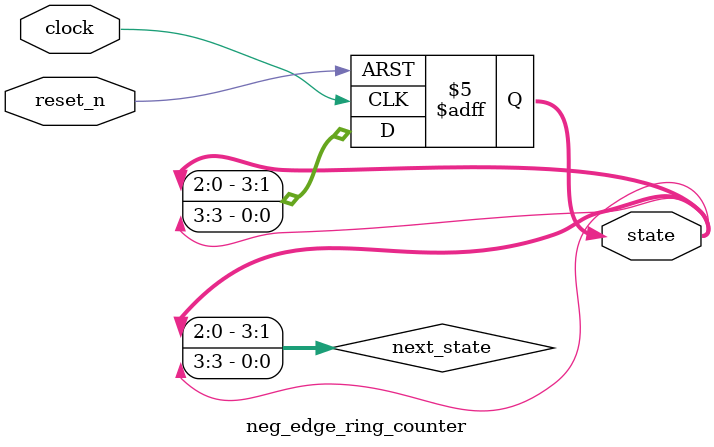
<source format=sv>
module neg_edge_ring_counter #(
    parameter BITS = 4
)(
    input  wire       clock,
    input  wire       reset_n,    // 添加复位信号提高可靠性
    output reg  [BITS-1:0] state
);

    // 定义内部信号，使数据流更清晰
    reg [BITS-1:0] next_state;
    
    // 初始化逻辑（带异步复位）
    initial state = {1'b1, {(BITS-1){1'b0}}};
    
    // 计算下一状态 - 组合逻辑路径
    always @(*) begin
        next_state = {state[BITS-2:0], state[BITS-1]};
    end
    
    // 状态更新 - 时序逻辑路径
    always @(negedge clock or negedge reset_n) begin
        if (!reset_n) begin
            state <= {1'b1, {(BITS-1){1'b0}}};  // 复位到初始状态
        end else begin
            state <= next_state;
        end
    end

endmodule
</source>
